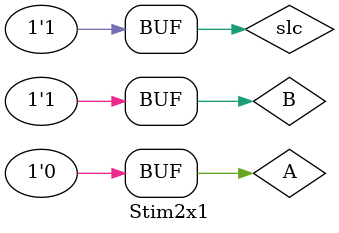
<source format=v>
module Stim2x1();
	reg A,B,slc;
	wire out;
	Multiplexer obj(A, B, slc, out);

	initial 
		begin
			A=0; B=0; slc=0;
			#10
			A=1; B=0; slc=0;
			#10
			A=0; B=1; slc=1;
		end
endmodule
</source>
